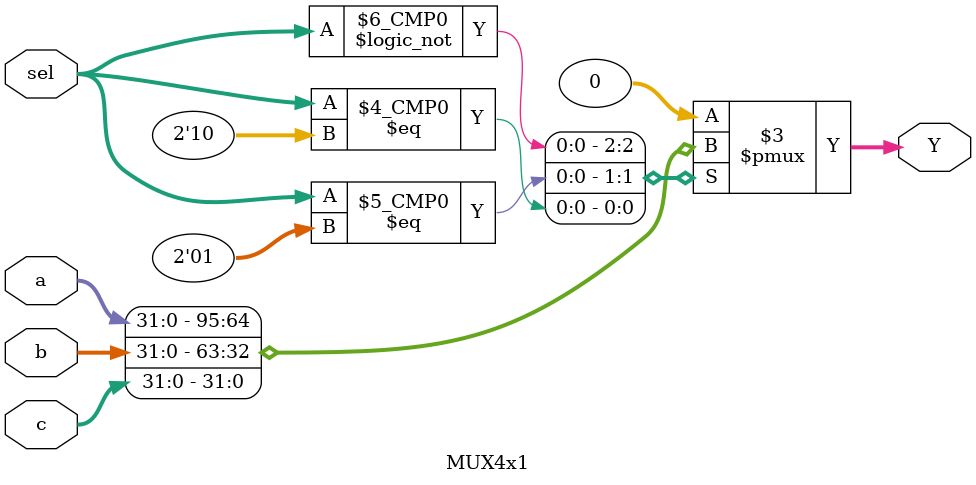
<source format=v>
`timescale 1ns / 1ps


module MUX4x1(
        input [31:0] a, b, c,
        input [1:0] sel,
        output reg [31:0] Y
    );
    
    always @(*) begin
        case(sel)
            2'b00: Y = a;
            2'b01: Y = b;
            2'b10: Y = c;
            default: Y = 32'b0;
        endcase
    end
    
endmodule





</source>
